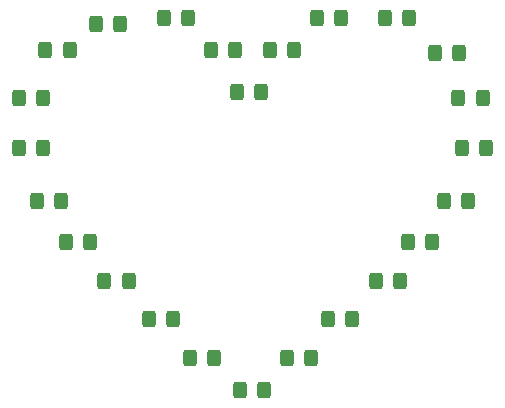
<source format=gbr>
%TF.GenerationSoftware,KiCad,Pcbnew,(6.0.10)*%
%TF.CreationDate,2023-01-16T11:38:01+01:00*%
%TF.ProjectId,Heart_NE555,48656172-745f-44e4-9535-35352e6b6963,rev?*%
%TF.SameCoordinates,Original*%
%TF.FileFunction,Paste,Top*%
%TF.FilePolarity,Positive*%
%FSLAX46Y46*%
G04 Gerber Fmt 4.6, Leading zero omitted, Abs format (unit mm)*
G04 Created by KiCad (PCBNEW (6.0.10)) date 2023-01-16 11:38:01*
%MOMM*%
%LPD*%
G01*
G04 APERTURE LIST*
G04 Aperture macros list*
%AMRoundRect*
0 Rectangle with rounded corners*
0 $1 Rounding radius*
0 $2 $3 $4 $5 $6 $7 $8 $9 X,Y pos of 4 corners*
0 Add a 4 corners polygon primitive as box body*
4,1,4,$2,$3,$4,$5,$6,$7,$8,$9,$2,$3,0*
0 Add four circle primitives for the rounded corners*
1,1,$1+$1,$2,$3*
1,1,$1+$1,$4,$5*
1,1,$1+$1,$6,$7*
1,1,$1+$1,$8,$9*
0 Add four rect primitives between the rounded corners*
20,1,$1+$1,$2,$3,$4,$5,0*
20,1,$1+$1,$4,$5,$6,$7,0*
20,1,$1+$1,$6,$7,$8,$9,0*
20,1,$1+$1,$8,$9,$2,$3,0*%
G04 Aperture macros list end*
%ADD10RoundRect,0.249999X-0.325001X-0.450001X0.325001X-0.450001X0.325001X0.450001X-0.325001X0.450001X0*%
G04 APERTURE END LIST*
D10*
%TO.C,D28*%
X119750000Y-97500000D03*
X121800000Y-97500000D03*
%TD*%
%TO.C,D27*%
X116250000Y-94250000D03*
X118300000Y-94250000D03*
%TD*%
%TO.C,D26*%
X112500000Y-91000000D03*
X114550000Y-91000000D03*
%TD*%
%TO.C,D25*%
X109250000Y-87750000D03*
X111300000Y-87750000D03*
%TD*%
%TO.C,D24*%
X106750000Y-84250000D03*
X108800000Y-84250000D03*
%TD*%
%TO.C,D23*%
X105250000Y-79750000D03*
X107300000Y-79750000D03*
%TD*%
%TO.C,D22*%
X105250000Y-75500000D03*
X107300000Y-75500000D03*
%TD*%
%TO.C,D19*%
X117500000Y-68750000D03*
X119550000Y-68750000D03*
%TD*%
%TO.C,D18*%
X121500000Y-71500000D03*
X123550000Y-71500000D03*
%TD*%
%TO.C,D17*%
X123725000Y-75000000D03*
X125775000Y-75000000D03*
%TD*%
%TO.C,D16*%
X126500000Y-71500000D03*
X128550000Y-71500000D03*
%TD*%
%TO.C,D15*%
X130500000Y-68750000D03*
X132550000Y-68750000D03*
%TD*%
%TO.C,D13*%
X140475000Y-71750000D03*
X142525000Y-71750000D03*
%TD*%
%TO.C,D8*%
X135450000Y-91000000D03*
X137500000Y-91000000D03*
%TD*%
%TO.C,D12*%
X142475000Y-75500000D03*
X144525000Y-75500000D03*
%TD*%
%TO.C,D5*%
X124000000Y-100250000D03*
X126050000Y-100250000D03*
%TD*%
%TO.C,D9*%
X138200000Y-87750000D03*
X140250000Y-87750000D03*
%TD*%
%TO.C,D7*%
X131450000Y-94250000D03*
X133500000Y-94250000D03*
%TD*%
%TO.C,D6*%
X127975000Y-97500000D03*
X130025000Y-97500000D03*
%TD*%
%TO.C,D11*%
X142750000Y-79750000D03*
X144800000Y-79750000D03*
%TD*%
%TO.C,D10*%
X141250000Y-84250000D03*
X143300000Y-84250000D03*
%TD*%
%TO.C,D14*%
X136250000Y-68750000D03*
X138300000Y-68750000D03*
%TD*%
%TO.C,D21*%
X107500000Y-71500000D03*
X109550000Y-71500000D03*
%TD*%
%TO.C,D20*%
X111750000Y-69250000D03*
X113800000Y-69250000D03*
%TD*%
M02*

</source>
